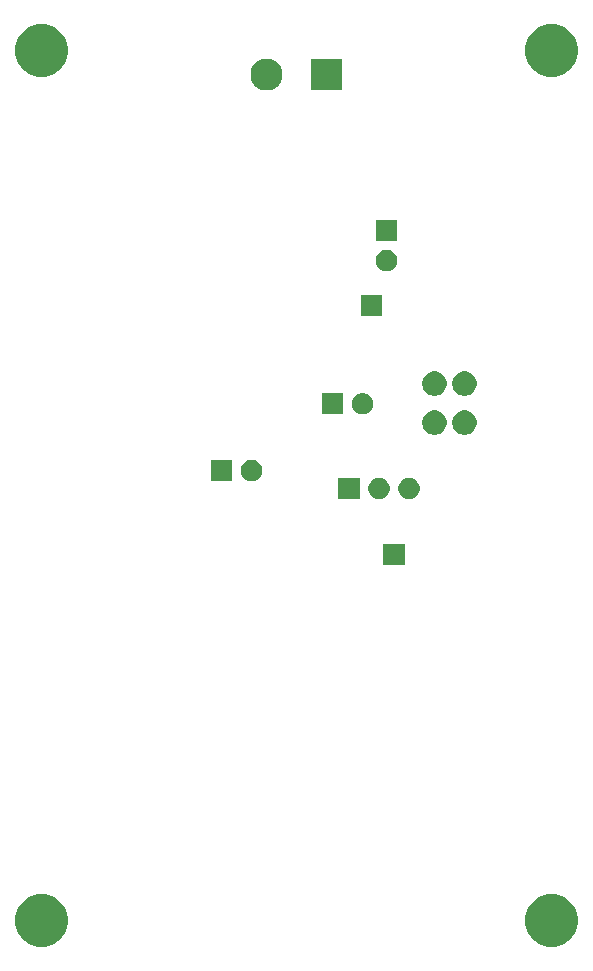
<source format=gbs>
G04 #@! TF.GenerationSoftware,KiCad,Pcbnew,(5.1.5)-3*
G04 #@! TF.CreationDate,2021-06-29T21:35:50-07:00*
G04 #@! TF.ProjectId,piggy,70696767-792e-46b6-9963-61645f706362,rev?*
G04 #@! TF.SameCoordinates,Original*
G04 #@! TF.FileFunction,Soldermask,Bot*
G04 #@! TF.FilePolarity,Negative*
%FSLAX46Y46*%
G04 Gerber Fmt 4.6, Leading zero omitted, Abs format (unit mm)*
G04 Created by KiCad (PCBNEW (5.1.5)-3) date 2021-06-29 21:35:50*
%MOMM*%
%LPD*%
G04 APERTURE LIST*
%ADD10C,0.127000*%
G04 APERTURE END LIST*
D10*
G36*
X113305880Y-138729776D02*
G01*
X113686593Y-138805504D01*
X114096249Y-138975189D01*
X114464929Y-139221534D01*
X114778466Y-139535071D01*
X115024811Y-139903751D01*
X115194496Y-140313407D01*
X115281000Y-140748296D01*
X115281000Y-141191704D01*
X115194496Y-141626593D01*
X115024811Y-142036249D01*
X114778466Y-142404929D01*
X114464929Y-142718466D01*
X114096249Y-142964811D01*
X113686593Y-143134496D01*
X113305880Y-143210224D01*
X113251705Y-143221000D01*
X112808295Y-143221000D01*
X112754120Y-143210224D01*
X112373407Y-143134496D01*
X111963751Y-142964811D01*
X111595071Y-142718466D01*
X111281534Y-142404929D01*
X111035189Y-142036249D01*
X110865504Y-141626593D01*
X110779000Y-141191704D01*
X110779000Y-140748296D01*
X110865504Y-140313407D01*
X111035189Y-139903751D01*
X111281534Y-139535071D01*
X111595071Y-139221534D01*
X111963751Y-138975189D01*
X112373407Y-138805504D01*
X112754120Y-138729776D01*
X112808295Y-138719000D01*
X113251705Y-138719000D01*
X113305880Y-138729776D01*
G37*
G36*
X70125880Y-138729776D02*
G01*
X70506593Y-138805504D01*
X70916249Y-138975189D01*
X71284929Y-139221534D01*
X71598466Y-139535071D01*
X71844811Y-139903751D01*
X72014496Y-140313407D01*
X72101000Y-140748296D01*
X72101000Y-141191704D01*
X72014496Y-141626593D01*
X71844811Y-142036249D01*
X71598466Y-142404929D01*
X71284929Y-142718466D01*
X70916249Y-142964811D01*
X70506593Y-143134496D01*
X70125880Y-143210224D01*
X70071705Y-143221000D01*
X69628295Y-143221000D01*
X69574120Y-143210224D01*
X69193407Y-143134496D01*
X68783751Y-142964811D01*
X68415071Y-142718466D01*
X68101534Y-142404929D01*
X67855189Y-142036249D01*
X67685504Y-141626593D01*
X67599000Y-141191704D01*
X67599000Y-140748296D01*
X67685504Y-140313407D01*
X67855189Y-139903751D01*
X68101534Y-139535071D01*
X68415071Y-139221534D01*
X68783751Y-138975189D01*
X69193407Y-138805504D01*
X69574120Y-138729776D01*
X69628295Y-138719000D01*
X70071705Y-138719000D01*
X70125880Y-138729776D01*
G37*
G36*
X100596000Y-110883000D02*
G01*
X98794000Y-110883000D01*
X98794000Y-109081000D01*
X100596000Y-109081000D01*
X100596000Y-110883000D01*
G37*
G36*
X101078512Y-103497927D02*
G01*
X101227812Y-103527624D01*
X101391784Y-103595544D01*
X101539354Y-103694147D01*
X101664853Y-103819646D01*
X101763456Y-103967216D01*
X101831376Y-104131188D01*
X101866000Y-104305259D01*
X101866000Y-104482741D01*
X101831376Y-104656812D01*
X101763456Y-104820784D01*
X101664853Y-104968354D01*
X101539354Y-105093853D01*
X101391784Y-105192456D01*
X101227812Y-105260376D01*
X101078512Y-105290073D01*
X101053742Y-105295000D01*
X100876258Y-105295000D01*
X100851488Y-105290073D01*
X100702188Y-105260376D01*
X100538216Y-105192456D01*
X100390646Y-105093853D01*
X100265147Y-104968354D01*
X100166544Y-104820784D01*
X100098624Y-104656812D01*
X100064000Y-104482741D01*
X100064000Y-104305259D01*
X100098624Y-104131188D01*
X100166544Y-103967216D01*
X100265147Y-103819646D01*
X100390646Y-103694147D01*
X100538216Y-103595544D01*
X100702188Y-103527624D01*
X100851488Y-103497927D01*
X100876258Y-103493000D01*
X101053742Y-103493000D01*
X101078512Y-103497927D01*
G37*
G36*
X96786000Y-105295000D02*
G01*
X94984000Y-105295000D01*
X94984000Y-103493000D01*
X96786000Y-103493000D01*
X96786000Y-105295000D01*
G37*
G36*
X98538512Y-103497927D02*
G01*
X98687812Y-103527624D01*
X98851784Y-103595544D01*
X98999354Y-103694147D01*
X99124853Y-103819646D01*
X99223456Y-103967216D01*
X99291376Y-104131188D01*
X99326000Y-104305259D01*
X99326000Y-104482741D01*
X99291376Y-104656812D01*
X99223456Y-104820784D01*
X99124853Y-104968354D01*
X98999354Y-105093853D01*
X98851784Y-105192456D01*
X98687812Y-105260376D01*
X98538512Y-105290073D01*
X98513742Y-105295000D01*
X98336258Y-105295000D01*
X98311488Y-105290073D01*
X98162188Y-105260376D01*
X97998216Y-105192456D01*
X97850646Y-105093853D01*
X97725147Y-104968354D01*
X97626544Y-104820784D01*
X97558624Y-104656812D01*
X97524000Y-104482741D01*
X97524000Y-104305259D01*
X97558624Y-104131188D01*
X97626544Y-103967216D01*
X97725147Y-103819646D01*
X97850646Y-103694147D01*
X97998216Y-103595544D01*
X98162188Y-103527624D01*
X98311488Y-103497927D01*
X98336258Y-103493000D01*
X98513742Y-103493000D01*
X98538512Y-103497927D01*
G37*
G36*
X85991000Y-103771000D02*
G01*
X84189000Y-103771000D01*
X84189000Y-101969000D01*
X85991000Y-101969000D01*
X85991000Y-103771000D01*
G37*
G36*
X87743512Y-101973927D02*
G01*
X87892812Y-102003624D01*
X88056784Y-102071544D01*
X88204354Y-102170147D01*
X88329853Y-102295646D01*
X88428456Y-102443216D01*
X88496376Y-102607188D01*
X88531000Y-102781259D01*
X88531000Y-102958741D01*
X88496376Y-103132812D01*
X88428456Y-103296784D01*
X88329853Y-103444354D01*
X88204354Y-103569853D01*
X88056784Y-103668456D01*
X87892812Y-103736376D01*
X87743512Y-103766073D01*
X87718742Y-103771000D01*
X87541258Y-103771000D01*
X87516488Y-103766073D01*
X87367188Y-103736376D01*
X87203216Y-103668456D01*
X87055646Y-103569853D01*
X86930147Y-103444354D01*
X86831544Y-103296784D01*
X86763624Y-103132812D01*
X86729000Y-102958741D01*
X86729000Y-102781259D01*
X86763624Y-102607188D01*
X86831544Y-102443216D01*
X86930147Y-102295646D01*
X87055646Y-102170147D01*
X87203216Y-102071544D01*
X87367188Y-102003624D01*
X87516488Y-101973927D01*
X87541258Y-101969000D01*
X87718742Y-101969000D01*
X87743512Y-101973927D01*
G37*
G36*
X105970564Y-97795389D02*
G01*
X106161833Y-97874615D01*
X106161835Y-97874616D01*
X106227292Y-97918353D01*
X106333973Y-97989635D01*
X106480365Y-98136027D01*
X106595385Y-98308167D01*
X106674611Y-98499436D01*
X106715000Y-98702484D01*
X106715000Y-98909516D01*
X106674611Y-99112564D01*
X106595385Y-99303833D01*
X106595384Y-99303835D01*
X106480365Y-99475973D01*
X106333973Y-99622365D01*
X106161835Y-99737384D01*
X106161834Y-99737385D01*
X106161833Y-99737385D01*
X105970564Y-99816611D01*
X105767516Y-99857000D01*
X105560484Y-99857000D01*
X105357436Y-99816611D01*
X105166167Y-99737385D01*
X105166166Y-99737385D01*
X105166165Y-99737384D01*
X104994027Y-99622365D01*
X104847635Y-99475973D01*
X104732616Y-99303835D01*
X104732615Y-99303833D01*
X104653389Y-99112564D01*
X104613000Y-98909516D01*
X104613000Y-98702484D01*
X104653389Y-98499436D01*
X104732615Y-98308167D01*
X104847635Y-98136027D01*
X104994027Y-97989635D01*
X105100708Y-97918353D01*
X105166165Y-97874616D01*
X105166167Y-97874615D01*
X105357436Y-97795389D01*
X105560484Y-97755000D01*
X105767516Y-97755000D01*
X105970564Y-97795389D01*
G37*
G36*
X103430564Y-97795389D02*
G01*
X103621833Y-97874615D01*
X103621835Y-97874616D01*
X103687292Y-97918353D01*
X103793973Y-97989635D01*
X103940365Y-98136027D01*
X104055385Y-98308167D01*
X104134611Y-98499436D01*
X104175000Y-98702484D01*
X104175000Y-98909516D01*
X104134611Y-99112564D01*
X104055385Y-99303833D01*
X104055384Y-99303835D01*
X103940365Y-99475973D01*
X103793973Y-99622365D01*
X103621835Y-99737384D01*
X103621834Y-99737385D01*
X103621833Y-99737385D01*
X103430564Y-99816611D01*
X103227516Y-99857000D01*
X103020484Y-99857000D01*
X102817436Y-99816611D01*
X102626167Y-99737385D01*
X102626166Y-99737385D01*
X102626165Y-99737384D01*
X102454027Y-99622365D01*
X102307635Y-99475973D01*
X102192616Y-99303835D01*
X102192615Y-99303833D01*
X102113389Y-99112564D01*
X102073000Y-98909516D01*
X102073000Y-98702484D01*
X102113389Y-98499436D01*
X102192615Y-98308167D01*
X102307635Y-98136027D01*
X102454027Y-97989635D01*
X102560708Y-97918353D01*
X102626165Y-97874616D01*
X102626167Y-97874615D01*
X102817436Y-97795389D01*
X103020484Y-97755000D01*
X103227516Y-97755000D01*
X103430564Y-97795389D01*
G37*
G36*
X95389000Y-98119500D02*
G01*
X93587000Y-98119500D01*
X93587000Y-96317500D01*
X95389000Y-96317500D01*
X95389000Y-98119500D01*
G37*
G36*
X97131145Y-96320365D02*
G01*
X97290812Y-96352124D01*
X97454784Y-96420044D01*
X97602354Y-96518647D01*
X97727853Y-96644146D01*
X97826456Y-96791716D01*
X97894376Y-96955688D01*
X97929000Y-97129759D01*
X97929000Y-97307241D01*
X97894376Y-97481312D01*
X97826456Y-97645284D01*
X97727853Y-97792854D01*
X97602354Y-97918353D01*
X97454784Y-98016956D01*
X97290812Y-98084876D01*
X97141512Y-98114573D01*
X97116742Y-98119500D01*
X96939258Y-98119500D01*
X96914488Y-98114573D01*
X96765188Y-98084876D01*
X96601216Y-98016956D01*
X96453646Y-97918353D01*
X96328147Y-97792854D01*
X96229544Y-97645284D01*
X96161624Y-97481312D01*
X96127000Y-97307241D01*
X96127000Y-97129759D01*
X96161624Y-96955688D01*
X96229544Y-96791716D01*
X96328147Y-96644146D01*
X96453646Y-96518647D01*
X96601216Y-96420044D01*
X96765188Y-96352124D01*
X96924855Y-96320365D01*
X96939258Y-96317500D01*
X97116742Y-96317500D01*
X97131145Y-96320365D01*
G37*
G36*
X103430564Y-94493389D02*
G01*
X103621833Y-94572615D01*
X103621835Y-94572616D01*
X103793973Y-94687635D01*
X103940365Y-94834027D01*
X104055385Y-95006167D01*
X104134611Y-95197436D01*
X104175000Y-95400484D01*
X104175000Y-95607516D01*
X104134611Y-95810564D01*
X104055385Y-96001833D01*
X104055384Y-96001835D01*
X103940365Y-96173973D01*
X103793973Y-96320365D01*
X103621835Y-96435384D01*
X103621834Y-96435385D01*
X103621833Y-96435385D01*
X103430564Y-96514611D01*
X103227516Y-96555000D01*
X103020484Y-96555000D01*
X102817436Y-96514611D01*
X102626167Y-96435385D01*
X102626166Y-96435385D01*
X102626165Y-96435384D01*
X102454027Y-96320365D01*
X102307635Y-96173973D01*
X102192616Y-96001835D01*
X102192615Y-96001833D01*
X102113389Y-95810564D01*
X102073000Y-95607516D01*
X102073000Y-95400484D01*
X102113389Y-95197436D01*
X102192615Y-95006167D01*
X102307635Y-94834027D01*
X102454027Y-94687635D01*
X102626165Y-94572616D01*
X102626167Y-94572615D01*
X102817436Y-94493389D01*
X103020484Y-94453000D01*
X103227516Y-94453000D01*
X103430564Y-94493389D01*
G37*
G36*
X105970564Y-94493389D02*
G01*
X106161833Y-94572615D01*
X106161835Y-94572616D01*
X106333973Y-94687635D01*
X106480365Y-94834027D01*
X106595385Y-95006167D01*
X106674611Y-95197436D01*
X106715000Y-95400484D01*
X106715000Y-95607516D01*
X106674611Y-95810564D01*
X106595385Y-96001833D01*
X106595384Y-96001835D01*
X106480365Y-96173973D01*
X106333973Y-96320365D01*
X106161835Y-96435384D01*
X106161834Y-96435385D01*
X106161833Y-96435385D01*
X105970564Y-96514611D01*
X105767516Y-96555000D01*
X105560484Y-96555000D01*
X105357436Y-96514611D01*
X105166167Y-96435385D01*
X105166166Y-96435385D01*
X105166165Y-96435384D01*
X104994027Y-96320365D01*
X104847635Y-96173973D01*
X104732616Y-96001835D01*
X104732615Y-96001833D01*
X104653389Y-95810564D01*
X104613000Y-95607516D01*
X104613000Y-95400484D01*
X104653389Y-95197436D01*
X104732615Y-95006167D01*
X104847635Y-94834027D01*
X104994027Y-94687635D01*
X105166165Y-94572616D01*
X105166167Y-94572615D01*
X105357436Y-94493389D01*
X105560484Y-94453000D01*
X105767516Y-94453000D01*
X105970564Y-94493389D01*
G37*
G36*
X98691000Y-89801000D02*
G01*
X96889000Y-89801000D01*
X96889000Y-87999000D01*
X98691000Y-87999000D01*
X98691000Y-89801000D01*
G37*
G36*
X99173512Y-84193927D02*
G01*
X99322812Y-84223624D01*
X99486784Y-84291544D01*
X99634354Y-84390147D01*
X99759853Y-84515646D01*
X99858456Y-84663216D01*
X99926376Y-84827188D01*
X99961000Y-85001259D01*
X99961000Y-85178741D01*
X99926376Y-85352812D01*
X99858456Y-85516784D01*
X99759853Y-85664354D01*
X99634354Y-85789853D01*
X99486784Y-85888456D01*
X99322812Y-85956376D01*
X99173512Y-85986073D01*
X99148742Y-85991000D01*
X98971258Y-85991000D01*
X98946488Y-85986073D01*
X98797188Y-85956376D01*
X98633216Y-85888456D01*
X98485646Y-85789853D01*
X98360147Y-85664354D01*
X98261544Y-85516784D01*
X98193624Y-85352812D01*
X98159000Y-85178741D01*
X98159000Y-85001259D01*
X98193624Y-84827188D01*
X98261544Y-84663216D01*
X98360147Y-84515646D01*
X98485646Y-84390147D01*
X98633216Y-84291544D01*
X98797188Y-84223624D01*
X98946488Y-84193927D01*
X98971258Y-84189000D01*
X99148742Y-84189000D01*
X99173512Y-84193927D01*
G37*
G36*
X99961000Y-83451000D02*
G01*
X98159000Y-83451000D01*
X98159000Y-81649000D01*
X99961000Y-81649000D01*
X99961000Y-83451000D01*
G37*
G36*
X89294072Y-68042918D02*
G01*
X89539939Y-68144759D01*
X89651328Y-68219187D01*
X89761211Y-68292609D01*
X89949391Y-68480789D01*
X90097242Y-68702063D01*
X90199082Y-68947928D01*
X90251000Y-69208938D01*
X90251000Y-69475062D01*
X90199082Y-69736072D01*
X90097241Y-69981939D01*
X89949390Y-70203212D01*
X89761212Y-70391390D01*
X89539939Y-70539241D01*
X89539938Y-70539242D01*
X89539937Y-70539242D01*
X89294072Y-70641082D01*
X89033063Y-70693000D01*
X88766937Y-70693000D01*
X88505928Y-70641082D01*
X88260063Y-70539242D01*
X88260062Y-70539242D01*
X88260061Y-70539241D01*
X88038788Y-70391390D01*
X87850610Y-70203212D01*
X87702759Y-69981939D01*
X87600918Y-69736072D01*
X87549000Y-69475062D01*
X87549000Y-69208938D01*
X87600918Y-68947928D01*
X87702758Y-68702063D01*
X87850609Y-68480789D01*
X88038789Y-68292609D01*
X88148672Y-68219187D01*
X88260061Y-68144759D01*
X88505928Y-68042918D01*
X88766937Y-67991000D01*
X89033063Y-67991000D01*
X89294072Y-68042918D01*
G37*
G36*
X95331000Y-70693000D02*
G01*
X92629000Y-70693000D01*
X92629000Y-67991000D01*
X95331000Y-67991000D01*
X95331000Y-70693000D01*
G37*
G36*
X70125880Y-65069776D02*
G01*
X70506593Y-65145504D01*
X70916249Y-65315189D01*
X71284929Y-65561534D01*
X71598466Y-65875071D01*
X71844811Y-66243751D01*
X72014496Y-66653407D01*
X72101000Y-67088296D01*
X72101000Y-67531704D01*
X72014496Y-67966593D01*
X71844811Y-68376249D01*
X71598466Y-68744929D01*
X71284929Y-69058466D01*
X70916249Y-69304811D01*
X70506593Y-69474496D01*
X70125880Y-69550224D01*
X70071705Y-69561000D01*
X69628295Y-69561000D01*
X69574120Y-69550224D01*
X69193407Y-69474496D01*
X68783751Y-69304811D01*
X68415071Y-69058466D01*
X68101534Y-68744929D01*
X67855189Y-68376249D01*
X67685504Y-67966593D01*
X67599000Y-67531704D01*
X67599000Y-67088296D01*
X67685504Y-66653407D01*
X67855189Y-66243751D01*
X68101534Y-65875071D01*
X68415071Y-65561534D01*
X68783751Y-65315189D01*
X69193407Y-65145504D01*
X69574120Y-65069776D01*
X69628295Y-65059000D01*
X70071705Y-65059000D01*
X70125880Y-65069776D01*
G37*
G36*
X113305880Y-65069776D02*
G01*
X113686593Y-65145504D01*
X114096249Y-65315189D01*
X114464929Y-65561534D01*
X114778466Y-65875071D01*
X115024811Y-66243751D01*
X115194496Y-66653407D01*
X115281000Y-67088296D01*
X115281000Y-67531704D01*
X115194496Y-67966593D01*
X115024811Y-68376249D01*
X114778466Y-68744929D01*
X114464929Y-69058466D01*
X114096249Y-69304811D01*
X113686593Y-69474496D01*
X113305880Y-69550224D01*
X113251705Y-69561000D01*
X112808295Y-69561000D01*
X112754120Y-69550224D01*
X112373407Y-69474496D01*
X111963751Y-69304811D01*
X111595071Y-69058466D01*
X111281534Y-68744929D01*
X111035189Y-68376249D01*
X110865504Y-67966593D01*
X110779000Y-67531704D01*
X110779000Y-67088296D01*
X110865504Y-66653407D01*
X111035189Y-66243751D01*
X111281534Y-65875071D01*
X111595071Y-65561534D01*
X111963751Y-65315189D01*
X112373407Y-65145504D01*
X112754120Y-65069776D01*
X112808295Y-65059000D01*
X113251705Y-65059000D01*
X113305880Y-65069776D01*
G37*
M02*

</source>
